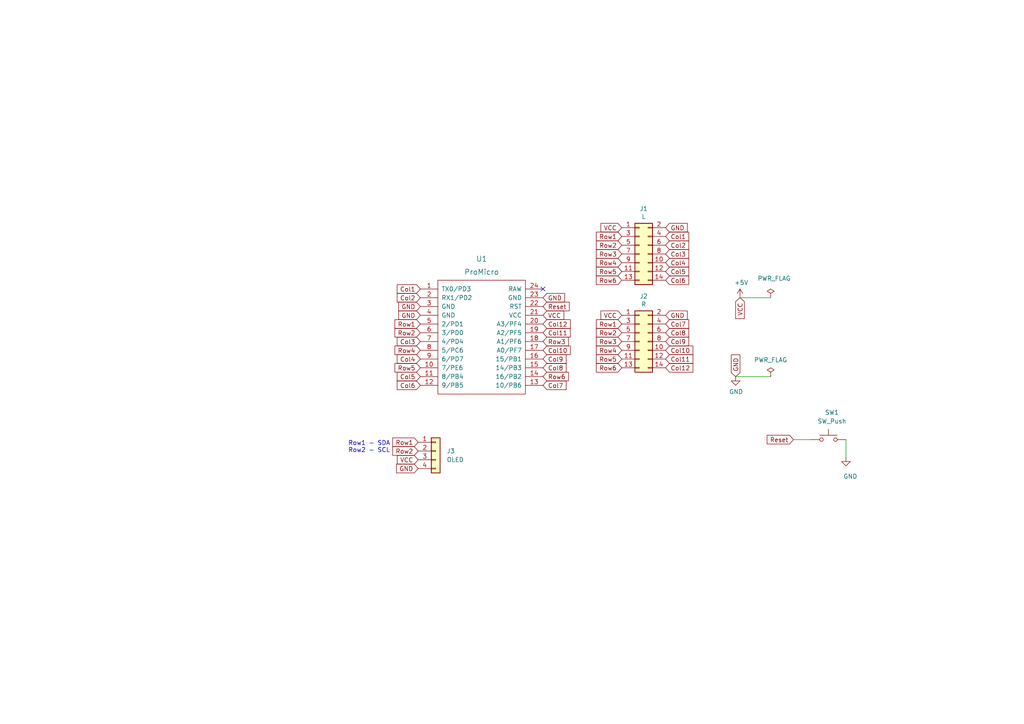
<source format=kicad_sch>
(kicad_sch (version 20211123) (generator eeschema)
  (paper "A4")
  (title_block (title "Pragmatic Bridge Module") (date "2021-11-30") (rev "V0.3") (company "James Sa"))
  (lib_symbols
    (symbol "Connector_Generic:Conn_01x04" (pin_names (offset 1.016) hide)
      (property "Reference" "J" (at 0 5.08 0))
      (property "Value" "Conn_01x04" (at 0 -7.62 0))
      (symbol "Conn_01x04_1_1"
        (rectangle (start -1.27 -4.953) (end 0 -5.207) (stroke (width 0.1524)))
        (rectangle (start -1.27 -2.413) (end 0 -2.667) (stroke (width 0.1524)))
        (rectangle (start -1.27 0.127) (end 0 -0.127) (stroke (width 0.1524)))
        (rectangle (start -1.27 2.667) (end 0 2.413) (stroke (width 0.1524)))
        (rectangle (start -1.27 3.81) (end 1.27 -6.35) (stroke (width 0.254)) (fill (type background)))
        (pin passive line (at -5.08 2.54 0) (length 3.81) (name "Pin_1") (number "1"))
        (pin passive line (at -5.08 0 0) (length 3.81) (name "Pin_2") (number "2"))
        (pin passive line (at -5.08 -2.54 0) (length 3.81) (name "Pin_3") (number "3"))
        (pin passive line (at -5.08 -5.08 0) (length 3.81) (name "Pin_4") (number "4"))
      )
    )
    (symbol "Connector_Generic:Conn_02x07_Odd_Even" (pin_names (offset 1.016) hide)
      (property "Reference" "J" (at 1.27 10.16 0))
      (property "Value" "Conn_02x07_Odd_Even" (at 1.27 -10.16 0))
      (symbol "Conn_02x07_Odd_Even_1_1"
        (rectangle (start -1.27 -7.493) (end 0 -7.747) (stroke (width 0.1524)))
        (rectangle (start -1.27 -4.953) (end 0 -5.207) (stroke (width 0.1524)))
        (rectangle (start -1.27 -2.413) (end 0 -2.667) (stroke (width 0.1524)))
        (rectangle (start -1.27 0.127) (end 0 -0.127) (stroke (width 0.1524)))
        (rectangle (start -1.27 2.667) (end 0 2.413) (stroke (width 0.1524)))
        (rectangle (start -1.27 5.207) (end 0 4.953) (stroke (width 0.1524)))
        (rectangle (start -1.27 7.747) (end 0 7.493) (stroke (width 0.1524)))
        (rectangle (start -1.27 8.89) (end 3.81 -8.89) (stroke (width 0.254)) (fill (type background)))
        (rectangle (start 3.81 -7.493) (end 2.54 -7.747) (stroke (width 0.1524)))
        (rectangle (start 3.81 -4.953) (end 2.54 -5.207) (stroke (width 0.1524)))
        (rectangle (start 3.81 -2.413) (end 2.54 -2.667) (stroke (width 0.1524)))
        (rectangle (start 3.81 0.127) (end 2.54 -0.127) (stroke (width 0.1524)))
        (rectangle (start 3.81 2.667) (end 2.54 2.413) (stroke (width 0.1524)))
        (rectangle (start 3.81 5.207) (end 2.54 4.953) (stroke (width 0.1524)))
        (rectangle (start 3.81 7.747) (end 2.54 7.493) (stroke (width 0.1524)))
        (pin passive line (at -5.08 7.62 0) (length 3.81) (name "Pin_1") (number "1"))
        (pin passive line (at 7.62 -2.54 180) (length 3.81) (name "Pin_10") (number "10"))
        (pin passive line (at -5.08 -5.08 0) (length 3.81) (name "Pin_11") (number "11"))
        (pin passive line (at 7.62 -5.08 180) (length 3.81) (name "Pin_12") (number "12"))
        (pin passive line (at -5.08 -7.62 0) (length 3.81) (name "Pin_13") (number "13"))
        (pin passive line (at 7.62 -7.62 180) (length 3.81) (name "Pin_14") (number "14"))
        (pin passive line (at 7.62 7.62 180) (length 3.81) (name "Pin_2") (number "2"))
        (pin passive line (at -5.08 5.08 0) (length 3.81) (name "Pin_3") (number "3"))
        (pin passive line (at 7.62 5.08 180) (length 3.81) (name "Pin_4") (number "4"))
        (pin passive line (at -5.08 2.54 0) (length 3.81) (name "Pin_5") (number "5"))
        (pin passive line (at 7.62 2.54 180) (length 3.81) (name "Pin_6") (number "6"))
        (pin passive line (at -5.08 0 0) (length 3.81) (name "Pin_7") (number "7"))
        (pin passive line (at 7.62 0 180) (length 3.81) (name "Pin_8") (number "8"))
        (pin passive line (at -5.08 -2.54 0) (length 3.81) (name "Pin_9") (number "9"))
      )
    )
    (symbol "Keyboard_Keebio:ProMicro" (pin_names (offset 1.016))
      (property "Reference" "U" (at 0 0 0))
      (property "Value" "ProMicro" (at 0 -19.05 0))
      (symbol "ProMicro_0_1"
        (rectangle (start -12.7 -16.51) (end 12.7 16.51))
      )
      (symbol "ProMicro_1_1"
        (pin input line (at -17.78 13.97 0) (length 5.08) (name "TX0/PD3") (number "1"))
        (pin input line (at -17.78 -8.89 0) (length 5.08) (name "7/PE6") (number "10"))
        (pin input line (at -17.78 -11.43 0) (length 5.08) (name "8/PB4") (number "11"))
        (pin input line (at -17.78 -13.97 0) (length 5.08) (name "9/PB5") (number "12"))
        (pin input line (at 17.78 -13.97 180) (length 5.08) (name "10/PB6") (number "13"))
        (pin input line (at 17.78 -11.43 180) (length 5.08) (name "16/PB2") (number "14"))
        (pin input line (at 17.78 -8.89 180) (length 5.08) (name "14/PB3") (number "15"))
        (pin input line (at 17.78 -6.35 180) (length 5.08) (name "15/PB1") (number "16"))
        (pin input line (at 17.78 -3.81 180) (length 5.08) (name "A0/PF7") (number "17"))
        (pin input line (at 17.78 -1.27 180) (length 5.08) (name "A1/PF6") (number "18"))
        (pin input line (at 17.78 1.27 180) (length 5.08) (name "A2/PF5") (number "19"))
        (pin input line (at -17.78 11.43 0) (length 5.08) (name "RX1/PD2") (number "2"))
        (pin input line (at 17.78 3.81 180) (length 5.08) (name "A3/PF4") (number "20"))
        (pin input line (at 17.78 6.35 180) (length 5.08) (name "VCC") (number "21"))
        (pin input line (at 17.78 8.89 180) (length 5.08) (name "RST") (number "22"))
        (pin input line (at 17.78 11.43 180) (length 5.08) (name "GND") (number "23"))
        (pin input line (at 17.78 13.97 180) (length 5.08) (name "RAW") (number "24"))
        (pin input line (at -17.78 8.89 0) (length 5.08) (name "GND") (number "3"))
        (pin input line (at -17.78 6.35 0) (length 5.08) (name "GND") (number "4"))
        (pin input line (at -17.78 3.81 0) (length 5.08) (name "2/PD1") (number "5"))
        (pin input line (at -17.78 1.27 0) (length 5.08) (name "3/PD0") (number "6"))
        (pin input line (at -17.78 -1.27 0) (length 5.08) (name "4/PD4") (number "7"))
        (pin input line (at -17.78 -3.81 0) (length 5.08) (name "5/PC6") (number "8"))
        (pin input line (at -17.78 -6.35 0) (length 5.08) (name "6/PD7") (number "9"))
      )
    )
    (symbol "Switch:SW_Push" (pin_numbers hide) (pin_names (offset 1.016) hide)
      (property "Reference" "SW" (at 1.27 2.54 0))
      (property "Value" "SW_Push" (at 0 -1.524 0))
      (symbol "SW_Push_0_1"
        (circle (center -2.032 0) (radius 0.508))
        (polyline (pts (xy 0 1.27) (xy 0 3.048)))
        (polyline (pts (xy 2.54 1.27) (xy -2.54 1.27)))
        (circle (center 2.032 0) (radius 0.508))
        (pin passive line (at -5.08 0 0) (length 2.54) (name "1") (number "1"))
        (pin passive line (at 5.08 0 180) (length 2.54) (name "2") (number "2"))
      )
    )
    (symbol "power:+5V" (power) (pin_names (offset 0))
      (property "Value" "+5V" (at 0 3.556 0))
      (symbol "+5V_0_1"
        (polyline (pts (xy -0.762 1.27) (xy 0 2.54)))
        (polyline (pts (xy 0 0) (xy 0 2.54)))
        (polyline (pts (xy 0 2.54) (xy 0.762 1.27)))
      )
      (symbol "+5V_1_1"
        (pin power_in line (at 0 0 90) (length 0) hide (name "+5V") (number "1"))
      )
    )
    (symbol "power:GND" (power) (pin_names (offset 0))
      (property "Value" "GND" (at 0 -3.81 0))
      (symbol "GND_0_1"
        (polyline (pts (xy 0 0) (xy 0 -1.27) (xy 1.27 -1.27) (xy 0 -2.54) (xy -1.27 -1.27) (xy 0 -1.27)))
      )
      (symbol "GND_1_1"
        (pin power_in line (at 0 0 270) (length 0) hide (name "GND") (number "1"))
      )
    )
    (symbol "power:PWR_FLAG" (power) (pin_numbers hide) (pin_names (offset 0) hide)
      (property "Value" "PWR_FLAG" (at 0 3.81 0))
      (symbol "PWR_FLAG_0_0"
        (pin power_out line (at 0 0 90) (length 0) (name "pwr") (number "1"))
      )
      (symbol "PWR_FLAG_0_1"
        (polyline (pts (xy 0 0) (xy 0 1.27) (xy -1.016 1.905) (xy 0 2.54) (xy 1.016 1.905) (xy 0 1.27)))
      )
    )
  )
  (no_connect (at 157.48 83.82))
  (wire (pts (xy 230.124 127.508) (xy 235.204 127.508)))
  (wire (pts (xy 245.364 127.508) (xy 245.364 132.588)))
  (wire (pts (xy 213.36 109.22) (xy 223.52 109.22)))
  (wire (pts (xy 223.52 86.36) (xy 214.63 86.36)))
  (text "Row1 - SDA\nRow2 - SCL" (at 100.965 131.445 0) (effects (font (size 1.27 1.27)) (justify left bottom)))
  (global_label "Col5" (shape input) (at 193.04 78.74 0) (property "Intersheet References" "${INTERSHEET_REFS}" (effects hide)))
  (global_label "Reset" (shape input) (at 157.48 88.9 0) (property "Intersheet References" "${INTERSHEET_REFS}" (effects hide)))
  (global_label "Col2" (shape input) (at 121.92 86.36 180) (property "Intersheet References" "${INTERSHEET_REFS}" (effects hide)))
  (global_label "GND" (shape input) (at 121.92 88.9 180) (property "Intersheet References" "${INTERSHEET_REFS}" (effects hide)))
  (global_label "Row3" (shape input) (at 157.48 99.06 0) (property "Intersheet References" "${INTERSHEET_REFS}" (effects hide)))
  (global_label "Col2" (shape input) (at 193.04 71.12 0) (property "Intersheet References" "${INTERSHEET_REFS}" (effects hide)))
  (global_label "Row4" (shape input) (at 180.34 101.6 180) (property "Intersheet References" "${INTERSHEET_REFS}" (effects hide)))
  (global_label "Col7" (shape input) (at 157.48 111.76 0) (property "Intersheet References" "${INTERSHEET_REFS}" (effects hide)))
  (global_label "Col6" (shape input) (at 121.92 111.76 180) (property "Intersheet References" "${INTERSHEET_REFS}" (effects hide)))
  (global_label "Row2" (shape input) (at 121.285 130.81 180) (property "Intersheet References" "${INTERSHEET_REFS}" (effects hide)))
  (global_label "Row6" (shape input) (at 157.48 109.22 0) (property "Intersheet References" "${INTERSHEET_REFS}" (effects hide)))
  (global_label "Row1" (shape input) (at 121.92 93.98 180) (property "Intersheet References" "${INTERSHEET_REFS}" (effects hide)))
  (global_label "VCC" (shape input) (at 214.63 86.36 270) (property "Intersheet References" "${INTERSHEET_REFS}" (effects hide)))
  (global_label "Row1" (shape input) (at 180.34 93.98 180) (property "Intersheet References" "${INTERSHEET_REFS}" (effects hide)))
  (global_label "Row6" (shape input) (at 180.34 106.68 180) (property "Intersheet References" "${INTERSHEET_REFS}" (effects hide)))
  (global_label "Col3" (shape input) (at 121.92 99.06 180) (property "Intersheet References" "${INTERSHEET_REFS}" (effects hide)))
  (global_label "Col8" (shape input) (at 157.48 106.68 0) (property "Intersheet References" "${INTERSHEET_REFS}" (effects hide)))
  (global_label "Row5" (shape input) (at 180.34 78.74 180) (property "Intersheet References" "${INTERSHEET_REFS}" (effects hide)))
  (global_label "Row4" (shape input) (at 121.92 101.6 180) (property "Intersheet References" "${INTERSHEET_REFS}" (effects hide)))
  (global_label "Col4" (shape input) (at 193.04 76.2 0) (property "Intersheet References" "${INTERSHEET_REFS}" (effects hide)))
  (global_label "Row6" (shape input) (at 180.34 81.28 180) (property "Intersheet References" "${INTERSHEET_REFS}" (effects hide)))
  (global_label "Row3" (shape input) (at 180.34 99.06 180) (property "Intersheet References" "${INTERSHEET_REFS}" (effects hide)))
  (global_label "Col10" (shape input) (at 193.04 101.6 0) (property "Intersheet References" "${INTERSHEET_REFS}" (effects hide)))
  (global_label "GND" (shape input) (at 193.04 66.04 0) (property "Intersheet References" "${INTERSHEET_REFS}" (effects hide)))
  (global_label "VCC" (shape input) (at 180.34 66.04 180) (property "Intersheet References" "${INTERSHEET_REFS}" (effects hide)))
  (global_label "GND" (shape input) (at 121.92 91.44 180) (property "Intersheet References" "${INTERSHEET_REFS}" (effects hide)))
  (global_label "VCC" (shape input) (at 180.34 91.44 180) (property "Intersheet References" "${INTERSHEET_REFS}" (effects hide)))
  (global_label "Col1" (shape input) (at 121.92 83.82 180) (property "Intersheet References" "${INTERSHEET_REFS}" (effects hide)))
  (global_label "Row2" (shape input) (at 180.34 71.12 180) (property "Intersheet References" "${INTERSHEET_REFS}" (effects hide)))
  (global_label "Col1" (shape input) (at 193.04 68.58 0) (property "Intersheet References" "${INTERSHEET_REFS}" (effects hide)))
  (global_label "Col4" (shape input) (at 121.92 104.14 180) (property "Intersheet References" "${INTERSHEET_REFS}" (effects hide)))
  (global_label "VCC" (shape input) (at 121.285 133.35 180) (property "Intersheet References" "${INTERSHEET_REFS}" (effects hide)))
  (global_label "Row3" (shape input) (at 180.34 73.66 180) (property "Intersheet References" "${INTERSHEET_REFS}" (effects hide)))
  (global_label "Col10" (shape input) (at 157.48 101.6 0) (property "Intersheet References" "${INTERSHEET_REFS}" (effects hide)))
  (global_label "GND" (shape input) (at 121.285 135.89 180) (property "Intersheet References" "${INTERSHEET_REFS}" (effects hide)))
  (global_label "Col5" (shape input) (at 121.92 109.22 180) (property "Intersheet References" "${INTERSHEET_REFS}" (effects hide)))
  (global_label "Col12" (shape input) (at 157.48 93.98 0) (property "Intersheet References" "${INTERSHEET_REFS}" (effects hide)))
  (global_label "Row1" (shape input) (at 121.285 128.27 180) (property "Intersheet References" "${INTERSHEET_REFS}" (effects hide)))
  (global_label "Reset" (shape input) (at 230.124 127.508 180) (property "Intersheet References" "${INTERSHEET_REFS}" (effects hide)))
  (global_label "Row2" (shape input) (at 121.92 96.52 180) (property "Intersheet References" "${INTERSHEET_REFS}" (effects hide)))
  (global_label "Row4" (shape input) (at 180.34 76.2 180) (property "Intersheet References" "${INTERSHEET_REFS}" (effects hide)))
  (global_label "Row5" (shape input) (at 121.92 106.68 180) (property "Intersheet References" "${INTERSHEET_REFS}" (effects hide)))
  (global_label "Row1" (shape input) (at 180.34 68.58 180) (property "Intersheet References" "${INTERSHEET_REFS}" (effects hide)))
  (global_label "Col11" (shape input) (at 157.48 96.52 0) (property "Intersheet References" "${INTERSHEET_REFS}" (effects hide)))
  (global_label "Col11" (shape input) (at 193.04 104.14 0) (property "Intersheet References" "${INTERSHEET_REFS}" (effects hide)))
  (global_label "GND" (shape input) (at 213.36 109.22 90) (property "Intersheet References" "${INTERSHEET_REFS}" (effects hide)))
  (global_label "Col9" (shape input) (at 157.48 104.14 0) (property "Intersheet References" "${INTERSHEET_REFS}" (effects hide)))
  (global_label "Col6" (shape input) (at 193.04 81.28 0) (property "Intersheet References" "${INTERSHEET_REFS}" (effects hide)))
  (global_label "Col12" (shape input) (at 193.04 106.68 0) (property "Intersheet References" "${INTERSHEET_REFS}" (effects hide)))
  (global_label "VCC" (shape input) (at 157.48 91.44 0) (property "Intersheet References" "${INTERSHEET_REFS}" (effects hide)))
  (global_label "Col7" (shape input) (at 193.04 93.98 0) (property "Intersheet References" "${INTERSHEET_REFS}" (effects hide)))
  (global_label "Row2" (shape input) (at 180.34 96.52 180) (property "Intersheet References" "${INTERSHEET_REFS}" (effects hide)))
  (global_label "Col9" (shape input) (at 193.04 99.06 0) (property "Intersheet References" "${INTERSHEET_REFS}" (effects hide)))
  (global_label "Col8" (shape input) (at 193.04 96.52 0) (property "Intersheet References" "${INTERSHEET_REFS}" (effects hide)))
  (global_label "GND" (shape input) (at 157.48 86.36 0) (property "Intersheet References" "${INTERSHEET_REFS}" (effects hide)))
  (global_label "Col3" (shape input) (at 193.04 73.66 0) (property "Intersheet References" "${INTERSHEET_REFS}" (effects hide)))
  (global_label "GND" (shape input) (at 193.04 91.44 0) (property "Intersheet References" "${INTERSHEET_REFS}" (effects hide)))
  (global_label "Row5" (shape input) (at 180.34 104.14 180) (property "Intersheet References" "${INTERSHEET_REFS}" (effects hide)))
  (symbol (lib_id "Connector_Generic:Conn_02x07_Odd_Even") (at 185.42 73.66 0) (unit 1)
    (property "Reference" "J1" (at 186.69 60.5282 0))
    (property "Value" "L" (at 186.69 62.8396 0))
    (property "Footprint" "Connector_IDC:IDC-Header_2x07_P2.54mm_Vertical" (effects hide))
    (property "LCSC" "C3406" (effects hide))
  )
  (symbol (lib_id "Connector_Generic:Conn_02x07_Odd_Even") (at 185.42 99.06 0) (unit 1)
    (property "Reference" "J2" (at 186.69 85.9282 0))
    (property "Value" "R" (at 186.69 88.2396 0))
    (property "Footprint" "Connector_IDC:IDC-Header_2x07_P2.54mm_Vertical" (effects hide))
    (property "LCSC" "C3406" (effects hide))
  )
  (symbol (lib_id "power:+5V") (at 214.63 86.36 0) (unit 1)
    (property "Reference" "#PWR0101" (effects hide))
    (property "Value" "+5V" (at 215.011 81.9658 0))
  )
  (symbol (lib_id "Switch:SW_Push") (at 240.284 127.508 0) (unit 1)
    (property "Reference" "SW1" (at 241.3 119.634 0))
    (property "Value" "SW_Push" (at 241.3 122.174 0))
    (property "Footprint" "Button_Switch_THT:SW_PUSH_6mm" (effects hide))
    (property "LCSC" "C620316" (effects hide))
  )
  (symbol (lib_id "power:GND") (at 245.364 132.588 0) (unit 1)
    (property "Reference" "#PWR01" (effects hide))
    (property "Value" "GND" (at 246.634 138.176 0))
  )
  (symbol (lib_id "power:PWR_FLAG") (at 223.52 86.36 0) (unit 1)
    (property "Reference" "#FLG0101" (effects hide))
    (property "Value" "PWR_FLAG" (at 224.536 80.772 0))
  )
  (symbol (lib_id "power:GND") (at 213.36 109.22 0) (unit 1)
    (property "Reference" "#PWR0103" (effects hide))
    (property "Value" "GND" (at 213.487 113.6142 0))
  )
  (symbol (lib_id "power:PWR_FLAG") (at 223.52 109.22 0) (unit 1)
    (property "Reference" "#FLG0102" (effects hide))
    (property "Value" "PWR_FLAG" (at 223.52 104.394 0))
  )
  (symbol (lib_id "Connector_Generic:Conn_01x04") (at 126.365 130.81 0) (unit 1)
    (property "Reference" "J3" (at 129.54 130.8099 0) (effects (justify left)))
    (property "Value" "OLED" (at 129.54 133.3499 0) (effects (justify left)))
    (property "Footprint" "Keyboard_JSA:SSD1306_OLED-0.91-128x32" (effects hide))
  )
  (symbol (lib_id "Keyboard_Keebio:ProMicro") (at 139.7 97.79 0) (unit 1)
    (property "Reference" "U1" (at 139.7 75.0824 0) (effects (font (size 1.524 1.524))))
    (property "Value" "ProMicro" (at 139.7 78.8924 0) (effects (font (size 1.524 1.524))))
    (property "Footprint" "Keyboard_JSA:ArduinoProMicro" (effects hide))
  )
)
</source>
